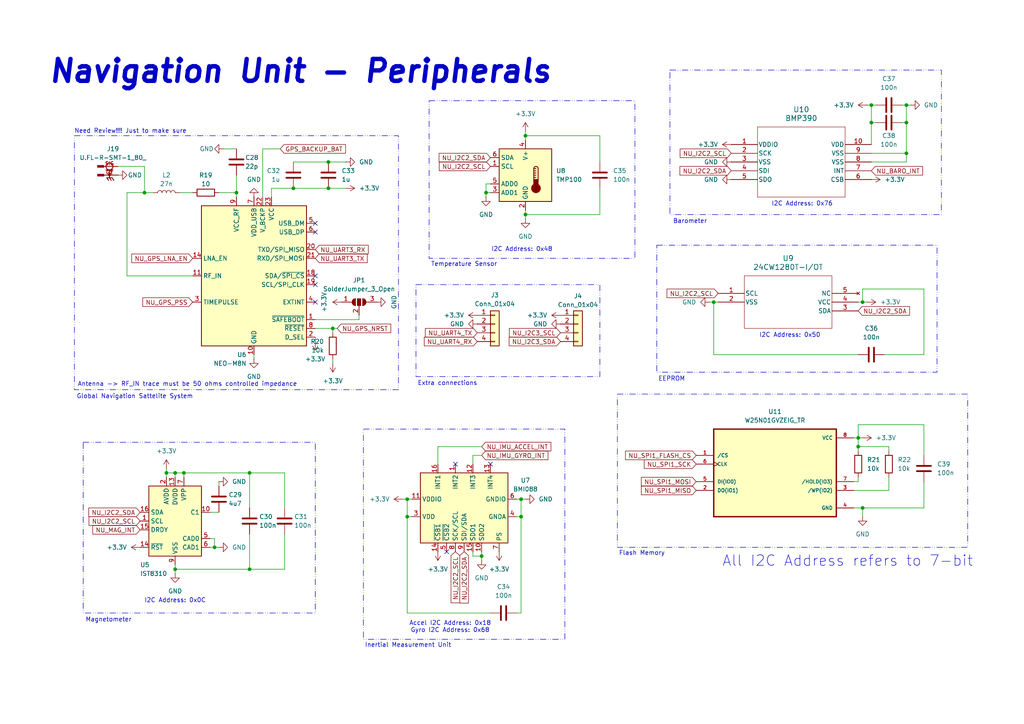
<source format=kicad_sch>
(kicad_sch (version 20250114) (generator "eeschema") (generator_version "9.0")
  (paper "A4")
  (title_block (title "Navigation Unit - Peripherals") (rev "0.1.2") (company "Breno Soares Alves"))
  (lib_symbols
    (symbol "Aircraft_Components:24CW1280T-I_OT" (pin_names (offset 0.254))
      (property "Reference" "U" (at 20.32 10.16 0))
      (property "Value" "24CW1280T-I/OT" (at 20.32 7.62 0))
      (symbol "24CW1280T-I_OT_0_1"
        (polyline (pts (xy 7.62 5.08) (xy 7.62 -10.16)) (stroke (width 0.127)))
        (polyline (pts (xy 7.62 -10.16) (xy 33.02 -10.16)) (stroke (width 0.127)))
        (polyline (pts (xy 33.02 5.08) (xy 7.62 5.08)) (stroke (width 0.127)))
        (polyline (pts (xy 33.02 -10.16) (xy 33.02 5.08)) (stroke (width 0.127)))
        (pin unspecified line (at 0 0 0) (length 7.62) (name "SCL") (number "1"))
        (pin power_out line (at 0 -2.54 0) (length 7.62) (name "VSS") (number "2"))
        (pin no_connect line (at 40.64 0 180) (length 7.62) (name "NC") (number "5"))
        (pin power_in line (at 40.64 -2.54 180) (length 7.62) (name "VCC") (number "4"))
        (pin unspecified line (at 40.64 -5.08 180) (length 7.62) (name "SDA") (number "3"))
      )
    )
    (symbol "Aircraft_Components:BMP390" (pin_names (offset 0.254))
      (property "Reference" "U" (at 20.32 10.16 0))
      (property "Value" "BMP390" (at 20.32 7.62 0))
      (symbol "BMP390_0_1"
        (polyline (pts (xy 7.62 5.08) (xy 7.62 -15.24)) (stroke (width 0.127)))
        (polyline (pts (xy 7.62 -15.24) (xy 33.02 -15.24)) (stroke (width 0.127)))
        (polyline (pts (xy 33.02 5.08) (xy 7.62 5.08)) (stroke (width 0.127)))
        (polyline (pts (xy 33.02 -15.24) (xy 33.02 5.08)) (stroke (width 0.127)))
        (pin power_in line (at 0 0 0) (length 7.62) (name "VDDIO") (number "1"))
        (pin input line (at 0 -2.54 0) (length 7.62) (name "SCK") (number "2"))
        (pin power_out line (at 0 -5.08 0) (length 7.62) (name "VSS") (number "3"))
        (pin bidirectional line (at 0 -7.62 0) (length 7.62) (name "SDI") (number "4"))
        (pin bidirectional line (at 0 -10.16 0) (length 7.62) (name "SDO") (number "5"))
        (pin power_in line (at 40.64 0 180) (length 7.62) (name "VDD") (number "10"))
        (pin power_out line (at 40.64 -2.54 180) (length 7.62) (name "VSS") (number "9"))
        (pin power_out line (at 40.64 -5.08 180) (length 7.62) (name "VSS") (number "8"))
        (pin input line (at 40.64 -7.62 180) (length 7.62) (name "INT") (number "7"))
        (pin input line (at 40.64 -10.16 180) (length 7.62) (name "CSB") (number "6"))
      )
    )
    (symbol "Aircraft_Components:U.FL-R-SMT-1_80_" (pin_names (offset 1.016))
      (property "Reference" "J" (at -3.81 1.524 0))
      (property "Value" "U.FL-R-SMT-1_80_" (at -3.81 -6.858 0))
      (symbol "U.FL-R-SMT-1_80__0_0"
        (polyline (pts (xy -1.016 -1.016) (xy 1.016 -1.016)) (stroke (width 0.254)))
        (polyline (pts (xy -0.762 -3.302) (xy -1.27 -4.064)) (stroke (width 0.254)))
        (circle (center 0 0) (radius 1.016) (stroke (width 0.254)))
        (polyline (pts (xy 0 -1.016) (xy 0 -3.302)) (stroke (width 0.254)))
        (circle (center 0 -2.54) (radius 0.254) (stroke (width 0.254)))
        (polyline (pts (xy 0 -3.302) (xy -0.508 -4.064)) (stroke (width 0.254)))
        (polyline (pts (xy 0.762 -3.302) (xy -0.762 -3.302)) (stroke (width 0.254)))
        (polyline (pts (xy 0.762 -3.302) (xy 0.254 -4.064)) (stroke (width 0.254)))
        (rectangle (start 1.5875 -0.3175) (end 3.4925 0.3175) (stroke (width 0.1)) (fill (type outline)))
        (rectangle (start 1.5875 -2.8575) (end 3.4925 -2.2225) (stroke (width 0.1)) (fill (type outline)))
        (pin passive line (at -2.54 0 0) (length 5.08) (name "~") (number "SIG"))
        (pin passive line (at -2.54 -2.54 0) (length 5.08) (name "~") (number "G1"))
        (pin passive line (at -2.54 -2.54 0) (length 5.08) (name "~") (number "G2"))
      )
    )
    (symbol "Aircraft_Components:W25N01GVZEIG_TR" (pin_names (offset 1.016))
      (property "Reference" "U" (at -17.78 13.7 0))
      (property "Value" "W25N01GVZEIG_TR" (at -17.78 -16.7 0))
      (symbol "W25N01GVZEIG_TR_0_0"
        (rectangle (start -17.78 12.7) (end 17.78 -12.7) (stroke (width 0.41)) (fill (type background)))
        (pin input line (at -22.86 5.08 0) (length 5.08) (name "/CS") (number "1"))
        (pin input clock (at -22.86 2.54 0) (length 5.08) (name "CLK") (number "6"))
        (pin bidirectional line (at -22.86 -2.54 0) (length 5.08) (name "DI(IO0)") (number "5"))
        (pin bidirectional line (at -22.86 -5.08 0) (length 5.08) (name "DO(IO1)") (number "2"))
        (pin power_in line (at 22.86 10.16 180) (length 5.08) (name "VCC") (number "8"))
        (pin bidirectional line (at 22.86 -2.54 180) (length 5.08) (name "/HOLD(IO3)") (number "7"))
        (pin bidirectional line (at 22.86 -5.08 180) (length 5.08) (name "/WP(IO2)") (number "3"))
        (pin power_in line (at 22.86 -10.16 180) (length 5.08) (name "GND") (number "4"))
      )
    )
    (symbol "Connector_Generic:Conn_01x04" (pin_names (offset 1.016) (hide yes))
      (property "Reference" "J" (at 0 5.08 0))
      (property "Value" "Conn_01x04" (at 0 -7.62 0))
      (symbol "Conn_01x04_1_1"
        (rectangle (start -1.27 3.81) (end 1.27 -6.35) (stroke (width 0.254)) (fill (type background)))
        (rectangle (start -1.27 2.667) (end 0 2.413) (stroke (width 0.1524)))
        (rectangle (start -1.27 0.127) (end 0 -0.127) (stroke (width 0.1524)))
        (rectangle (start -1.27 -2.413) (end 0 -2.667) (stroke (width 0.1524)))
        (rectangle (start -1.27 -4.953) (end 0 -5.207) (stroke (width 0.1524)))
        (pin passive line (at -5.08 2.54 0) (length 3.81) (name "Pin_1") (number "1"))
        (pin passive line (at -5.08 0 0) (length 3.81) (name "Pin_2") (number "2"))
        (pin passive line (at -5.08 -2.54 0) (length 3.81) (name "Pin_3") (number "3"))
        (pin passive line (at -5.08 -5.08 0) (length 3.81) (name "Pin_4") (number "4"))
      )
    )
    (symbol "Device:C" (pin_numbers (hide yes)) (pin_names (offset 0.254))
      (property "Reference" "C" (at 0.635 2.54 0))
      (property "Value" "C" (at 0.635 -2.54 0))
      (symbol "C_0_1"
        (polyline (pts (xy -2.032 0.762) (xy 2.032 0.762)) (stroke (width 0.508)))
        (polyline (pts (xy -2.032 -0.762) (xy 2.032 -0.762)) (stroke (width 0.508)))
      )
      (symbol "C_1_1"
        (pin passive line (at 0 3.81 270) (length 2.794) (name "~") (number "1"))
        (pin passive line (at 0 -3.81 90) (length 2.794) (name "~") (number "2"))
      )
    )
    (symbol "Device:L" (pin_numbers (hide yes)) (pin_names (offset 1.016) (hide yes))
      (property "Reference" "L" (at -1.27 0 90))
      (property "Value" "L" (at 1.905 0 90))
      (symbol "L_0_1"
        (arc (start 0 2.54) (mid 0.6323 1.905) (end 0 1.27))
        (arc (start 0 1.27) (mid 0.6323 0.635) (end 0 0))
        (arc (start 0 0) (mid 0.6323 -0.635) (end 0 -1.27))
        (arc (start 0 -1.27) (mid 0.6323 -1.905) (end 0 -2.54))
      )
      (symbol "L_1_1"
        (pin passive line (at 0 3.81 270) (length 1.27) (name "1") (number "1"))
        (pin passive line (at 0 -3.81 90) (length 1.27) (name "2") (number "2"))
      )
    )
    (symbol "Device:R" (pin_numbers (hide yes)) (pin_names (offset 0))
      (property "Reference" "R" (at 2.032 0 90))
      (property "Value" "R" (at 0 0 90))
      (symbol "R_0_1"
        (rectangle (start -1.016 -2.54) (end 1.016 2.54) (stroke (width 0.254)))
      )
      (symbol "R_1_1"
        (pin passive line (at 0 3.81 270) (length 1.27) (name "~") (number "1"))
        (pin passive line (at 0 -3.81 90) (length 1.27) (name "~") (number "2"))
      )
    )
    (symbol "Jumper:SolderJumper_3_Open" (pin_names (offset 0) (hide yes)) (in_bom no)
      (property "Reference" "JP" (at -2.54 -2.54 0))
      (property "Value" "SolderJumper_3_Open" (at 0 2.794 0))
      (symbol "SolderJumper_3_Open_0_1"
        (polyline (pts (xy -2.54 0) (xy -2.032 0)))
        (polyline (pts (xy -1.016 1.016) (xy -1.016 -1.016)))
        (arc (start -1.016 -1.016) (mid -2.0276 0) (end -1.016 1.016))
        (arc (start -1.016 -1.016) (mid -2.0276 0) (end -1.016 1.016) (fill (type outline)))
        (rectangle (start -0.508 1.016) (end 0.508 -1.016) (fill (type outline)))
        (polyline (pts (xy 0 -1.27) (xy 0 -1.016)))
        (arc (start 1.016 1.016) (mid 2.0276 0) (end 1.016 -1.016))
        (arc (start 1.016 1.016) (mid 2.0276 0) (end 1.016 -1.016) (fill (type outline)))
        (polyline (pts (xy 1.016 1.016) (xy 1.016 -1.016)))
        (polyline (pts (xy 2.54 0) (xy 2.032 0)))
      )
      (symbol "SolderJumper_3_Open_1_1"
        (pin passive line (at -5.08 0 0) (length 2.54) (name "A") (number "1"))
        (pin passive line (at 0 -3.81 90) (length 2.54) (name "C") (number "2"))
        (pin passive line (at 5.08 0 180) (length 2.54) (name "B") (number "3"))
      )
    )
    (symbol "RF_GPS:NEO-M8N"
      (property "Reference" "U" (at -13.97 21.59 0))
      (property "Value" "NEO-M8N" (at 11.43 21.59 0))
      (symbol "NEO-M8N_0_1"
        (rectangle (start -15.24 20.32) (end 15.24 -20.32) (stroke (width 0.254)) (fill (type background)))
      )
      (symbol "NEO-M8N_1_1"
        (pin bidirectional line (at -17.78 15.24 0) (length 2.54) (name "USB_DM") (number "5"))
        (pin bidirectional line (at -17.78 12.7 0) (length 2.54) (name "USB_DP") (number "6"))
        (pin output line (at -17.78 7.62 0) (length 2.54) (name "TXD/SPI_MISO") (number "20"))
        (pin input line (at -17.78 5.08 0) (length 2.54) (name "RXD/SPI_MOSI") (number "21"))
        (pin bidirectional line (at -17.78 0 0) (length 2.54) (name "SDA/~{SPI_CS}") (number "18"))
        (pin input line (at -17.78 -2.54 0) (length 2.54) (name "SCL/SPI_CLK") (number "19"))
        (pin input line (at -17.78 -7.62 0) (length 2.54) (name "EXTINT") (number "4"))
        (pin input line (at -17.78 -12.7 0) (length 2.54) (name "~{SAFEBOOT}") (number "1"))
        (pin input line (at -17.78 -15.24 0) (length 2.54) (name "~{RESET}") (number "8"))
        (pin input line (at -17.78 -17.78 0) (length 2.54) (name "D_SEL") (number "2"))
        (pin power_in line (at -5.08 22.86 270) (length 2.54) (name "VCC") (number "23"))
        (pin power_in line (at -2.54 22.86 270) (length 2.54) (name "V_BCKP") (number "22"))
        (pin power_in line (at 0 22.86 270) (length 2.54) (name "VDD_USB") (number "7"))
        (pin power_in line (at 0 -22.86 90) (length 2.54) (name "GND") (number "10"))
        (pin passive line (at 0 -22.86 90) (length 2.54) (hide yes) (name "GND") (number "12"))
        (pin passive line (at 0 -22.86 90) (length 2.54) (hide yes) (name "GND") (number "13"))
        (pin passive line (at 0 -22.86 90) (length 2.54) (hide yes) (name "GND") (number "24"))
        (pin power_out line (at 5.08 22.86 270) (length 2.54) (name "VCC_RF") (number "9"))
        (pin no_connect line (at 15.24 -10.16 180) (length 2.54) (hide yes) (name "RESERVED") (number "15"))
        (pin no_connect line (at 15.24 -12.7 180) (length 2.54) (hide yes) (name "RESERVED") (number "16"))
        (pin no_connect line (at 15.24 -15.24 180) (length 2.54) (hide yes) (name "RESERVED") (number "17"))
        (pin output line (at 17.78 5.08 180) (length 2.54) (name "LNA_EN") (number "14"))
        (pin input line (at 17.78 0 180) (length 2.54) (name "RF_IN") (number "11"))
        (pin output line (at 17.78 -7.62 180) (length 2.54) (name "TIMEPULSE") (number "3"))
      )
    )
    (symbol "Sensor_Magnetic:IST8310"
      (property "Reference" "U" (at -7.62 11.43 0))
      (property "Value" "IST8310" (at 10.16 11.43 0))
      (symbol "IST8310_0_1"
        (rectangle (start -7.62 10.16) (end 7.62 -10.16) (stroke (width 0.254)) (fill (type background)))
      )
      (symbol "IST8310_1_1"
        (pin bidirectional line (at -10.16 2.54 0) (length 2.54) (name "SDA") (number "16"))
        (pin input line (at -10.16 0 0) (length 2.54) (name "SCL") (number "1"))
        (pin output line (at -10.16 -2.54 0) (length 2.54) (name "DRDY") (number "15"))
        (pin input line (at -10.16 -7.62 0) (length 2.54) (name "~{RST}") (number "14"))
        (pin no_connect line (at -7.62 7.62 0) (length 2.54) (hide yes) (name "NC") (number "3"))
        (pin no_connect line (at -7.62 5.08 0) (length 2.54) (hide yes) (name "NC") (number "4"))
        (pin power_in line (at -2.54 12.7 270) (length 2.54) (name "AVDD") (number "2"))
        (pin power_in line (at 0 12.7 270) (length 2.54) (name "DVDD") (number "13"))
        (pin passive line (at 0 -12.7 90) (length 2.54) (hide yes) (name "VSS") (number "11"))
        (pin power_in line (at 0 -12.7 90) (length 2.54) (name "VSS") (number "9"))
        (pin passive line (at 2.54 12.7 270) (length 2.54) (name "VPP") (number "7"))
        (pin no_connect line (at 7.62 7.62 180) (length 2.54) (hide yes) (name "NC") (number "12"))
        (pin no_connect line (at 7.62 5.08 180) (length 2.54) (hide yes) (name "NC") (number "8"))
        (pin passive line (at 10.16 2.54 180) (length 2.54) (name "C1") (number "10"))
        (pin input line (at 10.16 -5.08 180) (length 2.54) (name "CAD0") (number "5"))
        (pin input line (at 10.16 -7.62 180) (length 2.54) (name "CAD1") (number "6"))
      )
    )
    (symbol "Sensor_Motion:BMI088"
      (property "Reference" "U" (at -8.89 13.97 0))
      (property "Value" "BMI088" (at 8.89 13.97 0))
      (symbol "BMI088_1_1"
        (rectangle (start -10.16 12.7) (end 10.16 -12.7) (stroke (width 0.254)) (fill (type background)))
        (pin input line (at -12.7 7.62 0) (length 2.54) (name "~{CSB1}") (number "14"))
        (pin input line (at -12.7 5.08 0) (length 2.54) (name "~{CSB2}") (number "5"))
        (pin input line (at -12.7 2.54 0) (length 2.54) (name "SCK/SCL") (number "8"))
        (pin bidirectional line (at -12.7 0 0) (length 2.54) (name "SDI/SDA") (number "9"))
        (pin output line (at -12.7 -2.54 0) (length 2.54) (name "SDO1") (number "15"))
        (pin output line (at -12.7 -5.08 0) (length 2.54) (name "SDO2") (number "10"))
        (pin input line (at -12.7 -10.16 0) (length 2.54) (name "PS") (number "7"))
        (pin power_in line (at -2.54 15.24 270) (length 2.54) (name "VDD") (number "3"))
        (pin passive line (at -2.54 -15.24 90) (length 2.54) (hide yes) (name "GNDA") (number "2"))
        (pin power_in line (at -2.54 -15.24 90) (length 2.54) (name "GNDA") (number "4"))
        (pin power_in line (at 2.54 15.24 270) (length 2.54) (name "VDDIO") (number "11"))
        (pin power_in line (at 2.54 -15.24 90) (length 2.54) (name "GNDIO") (number "6"))
        (pin bidirectional line (at 12.7 7.62 180) (length 2.54) (name "INT1") (number "16"))
        (pin bidirectional line (at 12.7 2.54 180) (length 2.54) (name "INT2") (number "1"))
        (pin bidirectional line (at 12.7 -2.54 180) (length 2.54) (name "INT3") (number "12"))
        (pin bidirectional line (at 12.7 -7.62 180) (length 2.54) (name "INT4") (number "13"))
      )
    )
    (symbol "Sensor_Temperature:TMP100"
      (property "Reference" "U" (at 10.16 6.35 0))
      (property "Value" "TMP100" (at 12.7 3.81 0))
      (symbol "TMP100_0_1"
        (rectangle (start -7.62 7.62) (end 7.62 -7.62) (stroke (width 0.254)) (fill (type background)))
      )
      (symbol "TMP100_1_1"
        (polyline (pts (xy 2.413 1.905) (xy 2.413 -1.27)) (stroke (width 0.254)))
        (polyline (pts (xy 2.413 1.905) (xy 3.048 1.905)) (stroke (width 0.254)))
        (polyline (pts (xy 2.413 1.27) (xy 3.048 1.27)) (stroke (width 0.254)))
        (polyline (pts (xy 2.413 0.635) (xy 3.048 0.635)) (stroke (width 0.254)))
        (polyline (pts (xy 2.413 0) (xy 3.048 0)) (stroke (width 0.254)))
        (polyline (pts (xy 2.413 -0.635) (xy 3.048 -0.635)) (stroke (width 0.254)))
        (arc (start 2.413 1.905) (mid 3.048 2.5373) (end 3.683 1.905) (stroke (width 0.254)))
        (circle (center 3.048 -3.81) (radius 1.27) (stroke (width 0.254)) (fill (type outline)))
        (polyline (pts (xy 3.683 1.905) (xy 3.683 -1.27)) (stroke (width 0.254)))
        (rectangle (start 3.683 -3.175) (end 2.413 -1.27) (stroke (width 0.254)) (fill (type outline)))
        (pin bidirectional line (at -10.16 5.08 0) (length 2.54) (name "SDA") (number "6"))
        (pin input line (at -10.16 2.54 0) (length 2.54) (name "SCL") (number "1"))
        (pin input line (at -10.16 -2.54 0) (length 2.54) (name "ADD0") (number "5"))
        (pin input line (at -10.16 -5.08 0) (length 2.54) (name "ADD1") (number "3"))
        (pin power_in line (at 0 10.16 270) (length 2.54) (name "V+") (number "4"))
        (pin power_in line (at 0 -10.16 90) (length 2.54) (name "GND") (number "2"))
      )
    )
    (symbol "power:+3.3V" (power) (pin_numbers (hide yes)) (pin_names (offset 0) (hide yes))
      (property "Value" "+3.3V" (at 0 3.556 0))
      (symbol "+3.3V_0_1"
        (polyline (pts (xy -0.762 1.27) (xy 0 2.54)))
        (polyline (pts (xy 0 2.54) (xy 0.762 1.27)))
        (polyline (pts (xy 0 0) (xy 0 2.54)))
      )
      (symbol "+3.3V_1_1"
        (pin power_in line (at 0 0 90) (length 0) (name "~") (number "1"))
      )
    )
    (symbol "power:GND" (power) (pin_numbers (hide yes)) (pin_names (offset 0) (hide yes))
      (property "Value" "GND" (at 0 -3.81 0))
      (symbol "GND_0_1"
        (polyline (pts (xy 0 0) (xy 0 -1.27) (xy 1.27 -1.27) (xy 0 -2.54) (xy -1.27 -1.27) (xy 0 -1.27)))
      )
      (symbol "GND_1_1"
        (pin power_in line (at 0 0 270) (length 0) (name "~") (number "1"))
      )
    )
  )
  (rectangle (start 120.65 82.55) (end 173.99 109.22) (stroke (width 0) (type dash_dot_dot)))
  (rectangle (start 194.31 20.32) (end 273.05 62.23) (stroke (width 0) (type dash_dot_dot)))
  (rectangle (start 124.46 29.21) (end 184.15 74.93) (stroke (width 0) (type dash_dot_dot)))
  (rectangle (start 190.5 71.12) (end 271.78 107.95) (stroke (width 0) (type dash_dot_dot)))
  (rectangle (start 21.59 39.37) (end 115.57 113.03) (stroke (width 0) (type dash_dot_dot)))
  (rectangle (start 105.41 124.46) (end 163.83 185.42) (stroke (width 0) (type dash_dot_dot)))
  (rectangle (start 179.07 114.3) (end 280.67 158.75) (stroke (width 0) (type dash_dot_dot)))
  (rectangle (start 24.13 128.27) (end 91.44 177.8) (stroke (width 0) (type dash_dot_dot)))
  (text "Magnetometer" (at 31.496 179.832 0) (effects (font (size 1.27 1.27))))
  (text "Navigation Unit - Peripherals" (at 87.122 20.828 0) (effects (font (size 6.35 6.35) (thickness 1.27) (bold yes) (italic yes))))
  (text "I2C Address: 0x48" (at 151.384 72.39 0) (effects (font (size 1.27 1.27))))
  (text "Flash Memory" (at 186.182 160.528 0) (effects (font (size 1.27 1.27))))
  (text "I2C Address: 0x76" (at 232.664 59.182 0) (effects (font (size 1.27 1.27))))
  (text "Barometer" (at 200.152 64.262 0) (effects (font (size 1.27 1.27))))
  (text "Temperature Sensor" (at 134.62 76.708 0) (effects (font (size 1.27 1.27))))
  (text "Accel I2C Address: 0x18\nGyro I2C Address: 0x68" (at 130.556 181.864 0) (effects (font (size 1.27 1.27))))
  (text "EEPROM" (at 194.818 109.982 0) (effects (font (size 1.27 1.27))))
  (text "Need Review!!! Just to make sure" (at 37.846 38.1 0) (effects (font (size 1.27 1.27))))
  (text "Global Navigation Sattelite System" (at 39.116 115.062 0) (effects (font (size 1.27 1.27))))
  (text "Inertial Measurement Unit" (at 118.364 187.198 0) (effects (font (size 1.27 1.27))))
  (text "All I2C Address refers to 7-bit" (at 245.872 162.814 0) (effects (font (size 3.048 3.048))))
  (text "Antenna -> RF_IN trace must be 50 ohms controlled impedance" (at 54.356 111.506 0) (effects (font (size 1.27 1.27))))
  (text "I2C Address: 0x0C" (at 50.8 174.244 0) (effects (font (size 1.27 1.27))))
  (text "I2C Address: 0x50" (at 229.108 97.282 0) (effects (font (size 1.27 1.27))))
  (text "Extra connections" (at 129.794 111.252 0) (effects (font (size 1.27 1.27))))
  (junction (at 68.58 55.88))
  (junction (at 95.25 46.99))
  (junction (at 72.39 165.1))
  (junction (at 62.23 158.75))
  (junction (at 248.92 127))
  (junction (at 50.8 165.1))
  (junction (at 118.11 144.78))
  (junction (at 250.19 87.63))
  (junction (at 207.01 87.63))
  (junction (at 53.34 137.16))
  (junction (at 140.97 55.88))
  (junction (at 85.09 54.61))
  (junction (at 96.52 95.25))
  (junction (at 118.11 149.86))
  (junction (at 252.73 35.56))
  (junction (at 262.89 35.56))
  (junction (at 139.7 161.29))
  (junction (at 262.89 44.45))
  (junction (at 95.25 54.61))
  (junction (at 250.19 147.32))
  (junction (at 41.91 55.88))
  (junction (at 152.4 39.37))
  (junction (at 72.39 137.16))
  (junction (at 151.13 144.78))
  (junction (at 151.13 149.86))
  (junction (at 252.73 30.48))
  (junction (at 248.92 129.54))
  (junction (at 152.4 62.23))
  (junction (at 262.89 30.48))
  (junction (at 50.8 137.16))
  (junction (at 48.26 137.16))
  (no_connect (at 91.44 80.01))
  (no_connect (at 142.24 134.62))
  (no_connect (at 91.44 67.31))
  (no_connect (at 129.54 160.02))
  (no_connect (at 91.44 82.55))
  (no_connect (at 132.08 134.62))
  (no_connect (at 91.44 87.63))
  (no_connect (at 91.44 64.77))
  (wire (pts (xy 82.55 137.16) (xy 72.39 137.16)))
  (wire (pts (xy 149.86 149.86) (xy 151.13 149.86)))
  (wire (pts (xy 118.11 144.78) (xy 119.38 144.78)))
  (wire (pts (xy 118.11 177.8) (xy 118.11 149.86)))
  (wire (pts (xy 257.81 142.24) (xy 257.81 138.43)))
  (wire (pts (xy 140.97 55.88) (xy 142.24 55.88)))
  (wire (pts (xy 36.83 55.88) (xy 36.83 80.01)))
  (wire (pts (xy 149.86 144.78) (xy 151.13 144.78)))
  (wire (pts (xy 139.7 160.02) (xy 139.7 161.29)))
  (wire (pts (xy 262.89 35.56) (xy 262.89 44.45)))
  (wire (pts (xy 257.81 129.54) (xy 248.92 129.54)))
  (wire (pts (xy 248.92 139.7) (xy 248.92 138.43)))
  (wire (pts (xy 96.52 104.14) (xy 96.52 105.41)))
  (wire (pts (xy 252.73 30.48) (xy 254 30.48)))
  (wire (pts (xy 72.39 147.32) (xy 72.39 137.16)))
  (wire (pts (xy 256.54 102.87) (xy 267.97 102.87)))
  (wire (pts (xy 82.55 147.32) (xy 82.55 137.16)))
  (wire (pts (xy 250.19 87.63) (xy 250.19 83.82)))
  (wire (pts (xy 50.8 165.1) (xy 72.39 165.1)))
  (wire (pts (xy 41.91 55.88) (xy 41.91 48.26)))
  (wire (pts (xy 72.39 165.1) (xy 72.39 154.94)))
  (wire (pts (xy 262.89 44.45) (xy 252.73 44.45)))
  (wire (pts (xy 50.8 137.16) (xy 53.34 137.16)))
  (wire (pts (xy 140.97 57.15) (xy 140.97 55.88)))
  (wire (pts (xy 250.19 87.63) (xy 251.46 87.63)))
  (wire (pts (xy 152.4 39.37) (xy 173.99 39.37)))
  (wire (pts (xy 252.73 35.56) (xy 252.73 41.91)))
  (wire (pts (xy 48.26 135.89) (xy 48.26 137.16)))
  (wire (pts (xy 68.58 55.88) (xy 63.5 55.88)))
  (wire (pts (xy 140.97 55.88) (xy 140.97 53.34)))
  (wire (pts (xy 252.73 30.48) (xy 252.73 35.56)))
  (wire (pts (xy 261.62 35.56) (xy 262.89 35.56)))
  (wire (pts (xy 248.92 129.54) (xy 248.92 130.81)))
  (wire (pts (xy 53.34 137.16) (xy 53.34 138.43)))
  (wire (pts (xy 82.55 165.1) (xy 82.55 154.94)))
  (wire (pts (xy 53.34 137.16) (xy 72.39 137.16)))
  (wire (pts (xy 250.19 147.32) (xy 267.97 147.32)))
  (wire (pts (xy 207.01 87.63) (xy 208.28 87.63)))
  (wire (pts (xy 139.7 132.08) (xy 137.16 132.08)))
  (wire (pts (xy 34.29 48.26) (xy 41.91 48.26)))
  (wire (pts (xy 252.73 35.56) (xy 254 35.56)))
  (wire (pts (xy 248.92 127) (xy 250.19 127)))
  (wire (pts (xy 68.58 50.8) (xy 68.58 55.88)))
  (wire (pts (xy 151.13 144.78) (xy 152.4 144.78)))
  (wire (pts (xy 139.7 129.54) (xy 127 129.54)))
  (wire (pts (xy 60.96 148.59) (xy 63.5 148.59)))
  (wire (pts (xy 48.26 137.16) (xy 50.8 137.16)))
  (wire (pts (xy 139.7 161.29) (xy 137.16 161.29)))
  (wire (pts (xy 152.4 38.1) (xy 152.4 39.37)))
  (wire (pts (xy 55.88 80.01) (xy 36.83 80.01)))
  (wire (pts (xy 248.92 87.63) (xy 250.19 87.63)))
  (wire (pts (xy 50.8 137.16) (xy 50.8 138.43)))
  (wire (pts (xy 262.89 30.48) (xy 264.16 30.48)))
  (wire (pts (xy 247.65 127) (xy 248.92 127)))
  (wire (pts (xy 173.99 39.37) (xy 173.99 46.99)))
  (wire (pts (xy 261.62 30.48) (xy 262.89 30.48)))
  (wire (pts (xy 95.25 54.61) (xy 100.33 54.61)))
  (wire (pts (xy 250.19 83.82) (xy 267.97 83.82)))
  (wire (pts (xy 250.19 149.86) (xy 250.19 147.32)))
  (wire (pts (xy 205.74 87.63) (xy 207.01 87.63)))
  (wire (pts (xy 207.01 87.63) (xy 207.01 102.87)))
  (wire (pts (xy 78.74 54.61) (xy 85.09 54.61)))
  (wire (pts (xy 152.4 39.37) (xy 152.4 40.64)))
  (wire (pts (xy 76.2 43.18) (xy 76.2 57.15)))
  (wire (pts (xy 91.44 97.79) (xy 91.44 99.06)))
  (wire (pts (xy 173.99 54.61) (xy 173.99 62.23)))
  (wire (pts (xy 62.23 156.21) (xy 60.96 156.21)))
  (wire (pts (xy 267.97 83.82) (xy 267.97 102.87)))
  (wire (pts (xy 262.89 46.99) (xy 252.73 46.99)))
  (wire (pts (xy 173.99 62.23) (xy 152.4 62.23)))
  (wire (pts (xy 152.4 62.23) (xy 152.4 60.96)))
  (wire (pts (xy 96.52 95.25) (xy 97.79 95.25)))
  (wire (pts (xy 62.23 158.75) (xy 63.5 158.75)))
  (wire (pts (xy 50.8 163.83) (xy 50.8 165.1)))
  (wire (pts (xy 151.13 149.86) (xy 151.13 144.78)))
  (wire (pts (xy 96.52 95.25) (xy 96.52 96.52)))
  (wire (pts (xy 95.25 46.99) (xy 100.33 46.99)))
  (wire (pts (xy 104.14 92.71) (xy 104.14 91.44)))
  (wire (pts (xy 262.89 30.48) (xy 262.89 35.56)))
  (wire (pts (xy 85.09 54.61) (xy 95.25 54.61)))
  (wire (pts (xy 85.09 46.99) (xy 95.25 46.99)))
  (wire (pts (xy 137.16 132.08) (xy 137.16 134.62)))
  (wire (pts (xy 81.28 43.18) (xy 76.2 43.18)))
  (wire (pts (xy 207.01 102.87) (xy 248.92 102.87)))
  (wire (pts (xy 60.96 158.75) (xy 62.23 158.75)))
  (wire (pts (xy 118.11 177.8) (xy 142.24 177.8)))
  (wire (pts (xy 96.52 95.25) (xy 91.44 95.25)))
  (wire (pts (xy 151.13 177.8) (xy 151.13 149.86)))
  (wire (pts (xy 62.23 158.75) (xy 62.23 156.21)))
  (wire (pts (xy 262.89 44.45) (xy 262.89 46.99)))
  (wire (pts (xy 248.92 127) (xy 248.92 129.54)))
  (wire (pts (xy 52.07 55.88) (xy 55.88 55.88)))
  (wire (pts (xy 267.97 147.32) (xy 267.97 139.7)))
  (wire (pts (xy 78.74 57.15) (xy 78.74 54.61)))
  (wire (pts (xy 267.97 123.19) (xy 267.97 132.08)))
  (wire (pts (xy 251.46 30.48) (xy 252.73 30.48)))
  (wire (pts (xy 68.58 57.15) (xy 68.58 55.88)))
  (wire (pts (xy 44.45 55.88) (xy 41.91 55.88)))
  (wire (pts (xy 72.39 165.1) (xy 82.55 165.1)))
  (wire (pts (xy 152.4 62.23) (xy 152.4 63.5)))
  (wire (pts (xy 248.92 127) (xy 248.92 123.19)))
  (wire (pts (xy 118.11 144.78) (xy 118.11 149.86)))
  (wire (pts (xy 48.26 137.16) (xy 48.26 138.43)))
  (wire (pts (xy 36.83 55.88) (xy 41.91 55.88)))
  (wire (pts (xy 247.65 139.7) (xy 248.92 139.7)))
  (wire (pts (xy 64.77 43.18) (xy 68.58 43.18)))
  (wire (pts (xy 63.5 139.7) (xy 63.5 140.97)))
  (wire (pts (xy 116.84 144.78) (xy 118.11 144.78)))
  (wire (pts (xy 139.7 161.29) (xy 139.7 162.56)))
  (wire (pts (xy 151.13 177.8) (xy 149.86 177.8)))
  (wire (pts (xy 73.66 102.87) (xy 73.66 104.14)))
  (wire (pts (xy 50.8 165.1) (xy 50.8 166.37)))
  (wire (pts (xy 250.19 147.32) (xy 247.65 147.32)))
  (wire (pts (xy 140.97 53.34) (xy 142.24 53.34)))
  (wire (pts (xy 127 129.54) (xy 127 134.62)))
  (wire (pts (xy 137.16 161.29) (xy 137.16 160.02)))
  (wire (pts (xy 118.11 149.86) (xy 119.38 149.86)))
  (wire (pts (xy 257.81 130.81) (xy 257.81 129.54)))
  (wire (pts (xy 248.92 123.19) (xy 267.97 123.19)))
  (wire (pts (xy 247.65 142.24) (xy 257.81 142.24)))
  (wire (pts (xy 91.44 92.71) (xy 104.14 92.71)))
  (global_label "NU_BARO_INT" (shape input) (at 252.73 49.53 0) (property "Intersheetrefs" "${INTERSHEET_REFS}" (effects (hide yes))))
  (global_label "NU_GPS_LNA_EN" (shape input) (at 55.88 74.93 180) (property "Intersheetrefs" "${INTERSHEET_REFS}" (effects (hide yes))))
  (global_label "NU_GPS_NRST" (shape input) (at 97.79 95.25 0) (property "Intersheetrefs" "${INTERSHEET_REFS}" (effects (hide yes))))
  (global_label "NU_I2C2_SDA" (shape input) (at 40.64 148.59 180) (property "Intersheetrefs" "${INTERSHEET_REFS}" (effects (hide yes))))
  (global_label "NU_UART3_RX" (shape input) (at 91.44 72.39 0) (property "Intersheetrefs" "${INTERSHEET_REFS}" (effects (hide yes))))
  (global_label "NU_GPS_PSS" (shape input) (at 55.88 87.63 180) (property "Intersheetrefs" "${INTERSHEET_REFS}" (effects (hide yes))))
  (global_label "NU_I2C2_SCL" (shape input) (at 132.08 160.02 270) (property "Intersheetrefs" "${INTERSHEET_REFS}" (effects (hide yes))))
  (global_label "NU_SPI1_MISO" (shape input) (at 201.93 142.24 180) (property "Intersheetrefs" "${INTERSHEET_REFS}" (effects (hide yes))))
  (global_label "NU_I2C3_SDA" (shape input) (at 162.56 99.06 180) (property "Intersheetrefs" "${INTERSHEET_REFS}" (effects (hide yes))))
  (global_label "NU_I2C2_SDA" (shape input) (at 248.92 90.17 0) (property "Intersheetrefs" "${INTERSHEET_REFS}" (effects (hide yes))))
  (global_label "NU_UART4_RX" (shape input) (at 138.43 99.06 180) (property "Intersheetrefs" "${INTERSHEET_REFS}" (effects (hide yes))))
  (global_label "NU_IMU_GYRO_INT" (shape input) (at 139.7 132.08 0) (property "Intersheetrefs" "${INTERSHEET_REFS}" (effects (hide yes))))
  (global_label "NU_SPI1_MOSI" (shape input) (at 201.93 139.7 180) (property "Intersheetrefs" "${INTERSHEET_REFS}" (effects (hide yes))))
  (global_label "NU_UART3_TX" (shape input) (at 91.44 74.93 0) (property "Intersheetrefs" "${INTERSHEET_REFS}" (effects (hide yes))))
  (global_label "NU_SPI1_SCK" (shape input) (at 201.93 134.62 180) (property "Intersheetrefs" "${INTERSHEET_REFS}" (effects (hide yes))))
  (global_label "NU_I2C2_SDA" (shape input) (at 212.09 49.53 180) (property "Intersheetrefs" "${INTERSHEET_REFS}" (effects (hide yes))))
  (global_label "NU_I2C2_SCL" (shape input) (at 208.28 85.09 180) (property "Intersheetrefs" "${INTERSHEET_REFS}" (effects (hide yes))))
  (global_label "GPS_BACKUP_BAT" (shape input) (at 81.28 43.18 0) (property "Intersheetrefs" "${INTERSHEET_REFS}" (effects (hide yes))))
  (global_label "NU_I2C2_SCL" (shape input) (at 212.09 44.45 180) (property "Intersheetrefs" "${INTERSHEET_REFS}" (effects (hide yes))))
  (global_label "NU_I2C2_SCL" (shape input) (at 142.24 48.26 180) (property "Intersheetrefs" "${INTERSHEET_REFS}" (effects (hide yes))))
  (global_label "NU_IMU_ACCEL_INT" (shape input) (at 139.7 129.54 0) (property "Intersheetrefs" "${INTERSHEET_REFS}" (effects (hide yes))))
  (global_label "NU_MAG_INT" (shape input) (at 40.64 153.67 180) (property "Intersheetrefs" "${INTERSHEET_REFS}" (effects (hide yes))))
  (global_label "NU_I2C2_SDA" (shape input) (at 142.24 45.72 180) (property "Intersheetrefs" "${INTERSHEET_REFS}" (effects (hide yes))))
  (global_label "NU_SPI1_FLASH_CS" (shape input) (at 201.93 132.08 180) (property "Intersheetrefs" "${INTERSHEET_REFS}" (effects (hide yes))))
  (global_label "NU_I2C2_SDA" (shape input) (at 134.62 160.02 270) (property "Intersheetrefs" "${INTERSHEET_REFS}" (effects (hide yes))))
  (global_label "NU_UART4_TX" (shape input) (at 138.43 96.52 180) (property "Intersheetrefs" "${INTERSHEET_REFS}" (effects (hide yes))))
  (global_label "NU_I2C3_SCL" (shape input) (at 162.56 96.52 180) (property "Intersheetrefs" "${INTERSHEET_REFS}" (effects (hide yes))))
  (global_label "NU_I2C2_SCL" (shape input) (at 40.64 151.13 180) (property "Intersheetrefs" "${INTERSHEET_REFS}" (effects (hide yes))))
  (symbol (lib_id "power:+3.3V") (at 96.52 105.41 180) (unit 1)
    (property "Reference" "#PWR047" (effects (hide yes)))
    (property "Value" "+3.3V" (at 96.52 110.49 0))
    (property "Description" "Power symbol creates a global label with name \"+3.3V\"" (effects (hide yes)))
  )
  (symbol (lib_id "power:GND") (at 152.4 63.5 0) (unit 1)
    (property "Reference" "#PWR060" (effects (hide yes)))
    (property "Value" "GND" (at 152.4 68.58 0))
    (property "Description" "Power symbol creates a global label with name \"GND\" , ground" (effects (hide yes)))
  )
  (symbol (lib_id "power:+3.3V") (at 144.78 160.02 180) (unit 1)
    (property "Reference" "#PWR058" (effects (hide yes)))
    (property "Value" "+3.3V" (at 144.78 165.1 0))
    (property "Description" "Power symbol creates a global label with name \"+3.3V\"" (effects (hide yes)))
  )
  (symbol (lib_id "Device:C") (at 63.5 144.78 0) (unit 1)
    (property "Reference" "C29" (at 66.294 143.51 0) (effects (justify left)))
    (property "Value" "4u7" (at 66.294 146.05 0) (effects (justify left)))
    (property "Footprint" "Capacitor_SMD:C_0402_1005Metric" (effects (hide yes)))
    (property "Description" "Ceramic capacitor, 4.7 µF, 25 V, X7R" (effects (hide yes)))
    (property "Digikey_Link" "https://www.digikey.com.br/pt/products/detail/samsung-electro-mechanics/CL21B475KPFNNNE/3888630" (effects (hide yes)))
    (property "MPN" "CL21B475KPFNNNE" (effects (hide yes)))
  )
  (symbol (lib_id "Device:C") (at 267.97 135.89 0) (unit 1)
    (property "Reference" "C39" (at 271.78 134.6199 0) (effects (justify left)))
    (property "Value" "100n" (at 271.78 137.1599 0) (effects (justify left)))
    (property "Footprint" "Capacitor_SMD:C_0402_1005Metric" (effects (hide yes)))
    (property "Description" "Ceramic capacitor, 100 nF, 25 V, X7R" (effects (hide yes)))
    (property "Digikey_Link" "https://www.digikey.com.br/pt/products/detail/kemet/C0603C104K8RACTU/411094" (effects (hide yes)))
    (property "MPN" "C0603C104K8RACTU" (effects (hide yes)))
  )
  (symbol (lib_id "Jumper:SolderJumper_3_Open") (at 104.14 87.63 0) (unit 1) (in_bom no)
    (property "Reference" "JP1" (at 104.14 81.28 0))
    (property "Value" "SolderJumper_3_Open" (at 104.14 83.82 0))
    (property "Footprint" "Jumper:SolderJumper-3_P1.3mm_Open_RoundedPad1.0x1.5mm_NumberLabels" (effects (hide yes)))
    (property "Description" "Solder Jumper, 3-pole, open" (effects (hide yes)))
  )
  (symbol (lib_id "power:GND") (at 73.66 57.15 180) (unit 1)
    (property "Reference" "#PWR0136" (effects (hide yes)))
    (property "Value" "GND" (at 73.66 52.07 0))
    (property "Description" "Power symbol creates a global label with name \"GND\" , ground" (effects (hide yes)))
  )
  (symbol (lib_id "power:GND") (at 152.4 144.78 90) (unit 1)
    (property "Reference" "#PWR061" (effects (hide yes)))
    (property "Value" "GND" (at 156.21 144.7799 90) (effects (justify right)))
    (property "Description" "Power symbol creates a global label with name \"GND\" , ground" (effects (hide yes)))
  )
  (symbol (lib_id "power:GND") (at 140.97 57.15 0) (unit 1)
    (property "Reference" "#PWR057" (effects (hide yes)))
    (property "Value" "GND" (at 140.97 62.23 0))
    (property "Description" "Power symbol creates a global label with name \"GND\" , ground" (effects (hide yes)))
  )
  (symbol (lib_id "Connector_Generic:Conn_01x04") (at 167.64 93.98 0) (unit 1)
    (property "Reference" "J4" (at 167.64 85.852 0))
    (property "Value" "Conn_01x04" (at 167.64 88.392 0))
    (property "Footprint" "Connector_JST:JST_PH_S4B-PH-K_1x04_P2.00mm_Horizontal" (effects (hide yes)))
    (property "Description" "JST-PH connector, 4 pins" (effects (hide yes)))
    (property "Digikey_Link" "https://www.digikey.com.br/pt/products/detail/jst-sales-america-inc/S4B-PH-K-S/926628" (effects (hide yes)))
    (property "MPN" "S4B-PH-K-S" (effects (hide yes)))
  )
  (symbol (lib_id "Device:R") (at 96.52 100.33 0) (mirror y) (unit 1)
    (property "Reference" "R20" (at 93.98 99.0599 0) (effects (justify left)))
    (property "Value" "10k" (at 93.98 101.5999 0) (effects (justify left)))
    (property "Footprint" "Resistor_SMD:R_0402_1005Metric" (effects (hide yes)))
    (property "Description" "Resistor, 10 kΩ, 1 %, 0.1 W" (effects (hide yes)))
    (property "Digikey_Link" "https://www.digikey.com.br/pt/products/detail/yageo/RC0603FR-0710KL/726880" (effects (hide yes)))
    (property "MPN" "RC0603FR-0710KL" (effects (hide yes)))
  )
  (symbol (lib_id "Aircraft_Components:BMP390") (at 212.09 41.91 0) (unit 1)
    (property "Reference" "U10" (at 232.41 31.75 0) (effects (font (size 1.524 1.524))))
    (property "Value" "BMP390" (at 232.41 34.29 0) (effects (font (size 1.524 1.524))))
    (property "Footprint" "Aircraft_Footprints:10LGA_2X2X0p75_BOS" (effects (hide yes)))
    (property "Datasheet" "https://www.bosch-sensortec.com/media/boschsensortec/downloads/datasheets/bst-bmp390-ds002.pdf" (effects (hide yes)))
    (property "Description" "Barometric pressure sensor" (effects (hide yes)))
    (property "Digikey_Link" "https://www.digikey.com.br/pt/products/detail/bosch-sensortec/bmp390/16164575" (effects (hide yes)))
    (property "MPN" "BMP390" (effects (hide yes)))
  )
  (symbol (lib_id "power:GND") (at 250.19 149.86 0) (unit 1)
    (property "Reference" "#PWR069" (effects (hide yes)))
    (property "Value" "GND" (at 250.19 154.94 0))
    (property "Description" "Power symbol creates a global label with name \"GND\" , ground" (effects (hide yes)))
  )
  (symbol (lib_id "Device:C") (at 257.81 30.48 270) (unit 1)
    (property "Reference" "C37" (at 257.81 22.86 90))
    (property "Value" "100n" (at 257.81 25.4 90))
    (property "Footprint" "Capacitor_SMD:C_0402_1005Metric" (effects (hide yes)))
    (property "Description" "Ceramic capacitor, 100 nF, 25 V, X7R" (effects (hide yes)))
    (property "Digikey_Link" "https://www.digikey.com.br/pt/products/detail/kemet/C0603C104K8RACTU/411094" (effects (hide yes)))
    (property "MPN" "C0603C104K8RACTU" (effects (hide yes)))
  )
  (symbol (lib_id "Connector_Generic:Conn_01x04") (at 143.51 93.98 0) (unit 1)
    (property "Reference" "J3" (at 143.51 85.598 0))
    (property "Value" "Conn_01x04" (at 143.51 88.138 0))
    (property "Footprint" "Connector_JST:JST_PH_S4B-PH-K_1x04_P2.00mm_Horizontal" (effects (hide yes)))
    (property "Description" "JST-PH connector, 4 pins" (effects (hide yes)))
    (property "Digikey_Link" "https://www.digikey.com.br/pt/products/detail/jst-sales-america-inc/S4B-PH-K-S/926628" (effects (hide yes)))
    (property "MPN" "S4B-PH-K-S" (effects (hide yes)))
  )
  (symbol (lib_id "Device:C") (at 252.73 102.87 270) (unit 1)
    (property "Reference" "C36" (at 252.73 95.25 90))
    (property "Value" "100n" (at 252.73 97.79 90))
    (property "Footprint" "Capacitor_SMD:C_0402_1005Metric" (effects (hide yes)))
    (property "Description" "Ceramic capacitor, 100 nF, 25 V, X7R" (effects (hide yes)))
    (property "Digikey_Link" "https://www.digikey.com.br/pt/products/detail/kemet/C0603C104K8RACTU/411094" (effects (hide yes)))
    (property "MPN" "C0603C104K8RACTU" (effects (hide yes)))
  )
  (symbol (lib_id "Device:R") (at 248.92 134.62 0) (unit 1)
    (property "Reference" "R21" (at 251.46 133.3499 0) (effects (justify left)))
    (property "Value" "10k" (at 251.46 135.8899 0) (effects (justify left)))
    (property "Footprint" "Resistor_SMD:R_0402_1005Metric" (effects (hide yes)))
    (property "Description" "Resistor, 10 kΩ, 1 %, 0.1 W" (effects (hide yes)))
    (property "Digikey_Link" "https://www.digikey.com.br/pt/products/detail/yageo/RC0603FR-0710KL/726880" (effects (hide yes)))
    (property "MPN" "RC0603FR-0710KL" (effects (hide yes)))
  )
  (symbol (lib_id "power:+3.3V") (at 250.19 127 270) (unit 1)
    (property "Reference" "#PWR068" (effects (hide yes)))
    (property "Value" "+3.3V" (at 254 126.9999 90) (effects (justify left)))
    (property "Description" "Power symbol creates a global label with name \"+3.3V\"" (effects (hide yes)))
  )
  (symbol (lib_id "Device:C") (at 68.58 46.99 0) (unit 1)
    (property "Reference" "C28" (at 71.12 45.72 0) (effects (justify left)))
    (property "Value" "22p" (at 71.12 48.26 0) (effects (justify left)))
    (property "Footprint" "Capacitor_SMD:C_0402_1005Metric" (effects (hide yes)))
    (property "Description" "Ceramic capacitor, 22 pF, C0G/NP0" (effects (hide yes)))
    (property "Digikey_Link" "https://www.digikey.com.br/pt/products/detail/kemet/C0603C220J8GACTU/2200190" (effects (hide yes)))
    (property "MPN" "C0603C220J8GACTU" (effects (hide yes)))
  )
  (symbol (lib_id "power:GND") (at 64.77 43.18 270) (unit 1)
    (property "Reference" "#PWR041" (effects (hide yes)))
    (property "Value" "GND" (at 61.976 43.18 90) (effects (justify right)))
    (property "Description" "Power symbol creates a global label with name \"GND\" , ground" (effects (hide yes)))
  )
  (symbol (lib_id "power:GND") (at 50.8 166.37 0) (unit 1)
    (property "Reference" "#PWR042" (effects (hide yes)))
    (property "Value" "GND" (at 50.8 171.45 0))
    (property "Description" "Power symbol creates a global label with name \"GND\" , ground" (effects (hide yes)))
  )
  (symbol (lib_id "power:GND") (at 63.5 158.75 90) (unit 1)
    (property "Reference" "#PWR044" (effects (hide yes)))
    (property "Value" "GND" (at 67.31 158.7499 90) (effects (justify right)))
    (property "Description" "Power symbol creates a global label with name \"GND\" , ground" (effects (hide yes)))
  )
  (symbol (lib_id "Aircraft_Components:24CW1280T-I_OT") (at 208.28 85.09 0) (unit 1)
    (property "Reference" "U9" (at 228.6 74.93 0) (effects (font (size 1.524 1.524))))
    (property "Value" "24CW1280T-I/OT" (at 228.6 77.47 0) (effects (font (size 1.524 1.524))))
    (property "Footprint" "Aircraft_Footprints:SOT-23-5_2P9X1P6_MCH" (effects (hide yes)))
    (property "Datasheet" "https://ww1.microchip.com/downloads/aemDocuments/documents/MPD/ProductDocuments/DataSheets/24CW16X-24CW32X-24CW64X-24CW128X-Data-Sheet-DS20005772.pdf" (effects (hide yes)))
    (property "Description" "EEPROM, 128 Kbit, I²C" (effects (hide yes)))
    (property "Digikey_Link" "https://www.digikey.com.br/pt/products/detail/microchip-technology/24cw1280t-i-ot/9606899" (effects (hide yes)))
    (property "MPN" "24CW1280T-I/OT" (effects (hide yes)))
  )
  (symbol (lib_id "power:+3.3V") (at 212.09 41.91 90) (unit 1)
    (property "Reference" "#PWR065" (effects (hide yes)))
    (property "Value" "+3.3V" (at 208.28 41.9099 90) (effects (justify left)))
    (property "Description" "Power symbol creates a global label with name \"+3.3V\"" (effects (hide yes)))
  )
  (symbol (lib_id "Device:C") (at 95.25 50.8 0) (unit 1)
    (property "Reference" "C33" (at 99.06 49.5299 0) (effects (justify left)))
    (property "Value" "1u" (at 99.06 52.0699 0) (effects (justify left)))
    (property "Footprint" "Capacitor_SMD:C_0402_1005Metric" (effects (hide yes)))
    (property "Description" "Ceramic capacitor, 1 µF, 10 V, X7R" (effects (hide yes)))
    (property "Digikey_Link" "https://www.digikey.com.br/pt/products/detail/samsung-electro-mechanics/CL10B105KP8NNNC/3887604" (effects (hide yes)))
    (property "MPN" "CL10B105KP8NNNC" (effects (hide yes)))
  )
  (symbol (lib_id "power:+3.3V") (at 162.56 91.44 90) (unit 1)
    (property "Reference" "#PWR062" (effects (hide yes)))
    (property "Value" "+3.3V" (at 158.75 91.4399 90) (effects (justify left)))
    (property "Description" "Power symbol creates a global label with name \"+3.3V\"" (effects (hide yes)))
  )
  (symbol (lib_id "power:GND") (at 138.43 93.98 270) (unit 1)
    (property "Reference" "#PWR055" (effects (hide yes)))
    (property "Value" "GND" (at 134.62 93.9799 90) (effects (justify right)))
    (property "Description" "Power symbol creates a global label with name \"GND\" , ground" (effects (hide yes)))
  )
  (symbol (lib_id "power:+3.3V") (at 116.84 144.78 90) (unit 1)
    (property "Reference" "#PWR052" (effects (hide yes)))
    (property "Value" "+3.3V" (at 113.03 144.7799 90) (effects (justify left)))
    (property "Description" "Power symbol creates a global label with name \"+3.3V\"" (effects (hide yes)))
  )
  (symbol (lib_id "power:+3.3V") (at 99.06 87.63 90) (mirror x) (unit 1)
    (property "Reference" "#PWR048" (effects (hide yes)))
    (property "Value" "+3.3V" (at 93.98 87.63 0))
    (property "Description" "Power symbol creates a global label with name \"+3.3V\"" (effects (hide yes)))
  )
  (symbol (lib_id "Device:L") (at 48.26 55.88 90) (unit 1)
    (property "Reference" "L2" (at 48.26 50.8 90))
    (property "Value" "27n" (at 48.26 53.34 90))
    (property "Footprint" "Inductor_SMD:L_0402_1005Metric" (effects (hide yes)))
    (property "Description" "Inductor, 27 nH, general filter" (effects (hide yes)))
    (property "Digikey_Link" "https://www.digikey.com.br/pt/products/detail/epcos-tdk-electronics/B82496C3270J000/723819" (effects (hide yes)))
    (property "MPN" "B82496C3270J000" (effects (hide yes)))
  )
  (symbol (lib_id "power:GND") (at 264.16 30.48 90) (unit 1)
    (property "Reference" "#PWR073" (effects (hide yes)))
    (property "Value" "GND" (at 267.97 30.4799 90) (effects (justify right)))
    (property "Description" "Power symbol creates a global label with name \"GND\" , ground" (effects (hide yes)))
  )
  (symbol (lib_id "Device:R") (at 59.69 55.88 90) (unit 1)
    (property "Reference" "R19" (at 59.69 50.8 90))
    (property "Value" "10" (at 59.69 53.34 90))
    (property "Footprint" "Resistor_SMD:R_0402_1005Metric" (effects (hide yes)))
    (property "Description" "Resistor, 10 Ω, 1 %" (effects (hide yes)))
    (property "Digikey_Link" "https://www.digikey.com.br/pt/products/detail/stackpole-electronics-inc/RMCF0603FT10R0/1761152" (effects (hide yes)))
    (property "MPN" "RMCF0603FT10R0" (effects (hide yes)))
  )
  (symbol (lib_id "power:GND") (at 63.5 139.7 90) (unit 1)
    (property "Reference" "#PWR043" (effects (hide yes)))
    (property "Value" "GND" (at 67.31 139.6999 90) (effects (justify right)))
    (property "Description" "Power symbol creates a global label with name \"GND\" , ground" (effects (hide yes)))
  )
  (symbol (lib_id "power:+3.3V") (at 100.33 54.61 270) (unit 1)
    (property "Reference" "#PWR050" (effects (hide yes)))
    (property "Value" "+3.3V" (at 104.14 54.6099 90) (effects (justify left)))
    (property "Description" "Power symbol creates a global label with name \"+3.3V\"" (effects (hide yes)))
  )
  (symbol (lib_id "Device:C") (at 257.81 35.56 270) (unit 1)
    (property "Reference" "C38" (at 257.81 39.37 90))
    (property "Value" "100n" (at 257.81 41.91 90))
    (property "Footprint" "Capacitor_SMD:C_0402_1005Metric" (effects (hide yes)))
    (property "Description" "Ceramic capacitor, 100 nF, 25 V, X7R" (effects (hide yes)))
    (property "Digikey_Link" "https://www.digikey.com.br/pt/products/detail/kemet/C0603C104K8RACTU/411094" (effects (hide yes)))
    (property "MPN" "C0603C104K8RACTU" (effects (hide yes)))
  )
  (symbol (lib_id "Aircraft_Components:W25N01GVZEIG_TR") (at 224.79 137.16 0) (unit 1)
    (property "Reference" "U11" (at 224.79 119.38 0))
    (property "Value" "W25N01GVZEIG_TR" (at 224.79 121.92 0))
    (property "Footprint" "Aircraft_Footprints:SON127P800X600X80-9N" (effects (hide yes)))
    (property "Datasheet" "https://www.winbond.com/resource-files/W25N01GV%20Rev%20O%20092619.pdf" (effects (hide yes)))
    (property "Description" "Ic Flash 1gbit 104mhz 8wson" (effects (hide yes)))
    (property "MF" "Winbond Electronics" (effects (hide yes)))
    (property "PACKAGE" "WSON-8 Winbond" (effects (hide yes)))
    (property "PRICE" "None" (effects (hide yes)))
    (property "Package" "WSON-8 Winbond" (effects (hide yes)))
    (property "Check_prices" "https://www.snapeda.com/parts/W25N01GVZEIG%20TR/Winbond/view-part/?ref=eda" (effects (hide yes)))
    (property "STANDARD" "IPC7351B" (effects (hide yes)))
    (property "SnapEDA_Link" "https://www.snapeda.com/parts/W25N01GVZEIG%20TR/Winbond/view-part/?ref=snap" (effects (hide yes)))
    (property "MP" "W25N01GVZEIG TR" (effects (hide yes)))
    (property "Purchase-URL" "https://www.snapeda.com/api/url_track_click_mouser/?unipart_id=1101444&manufacturer=Winbond Electronics&part_name=W25N01GVZEIG TR&search_term=None" (effects (hide yes)))
    (property "Description_1" "FLASH - NAND Memory IC 1Gb (128M x 8) SPI 104 MHz 8-WSON (8x6)" (effects (hide yes)))
    (property "Availability" "In Stock" (effects (hide yes)))
    (property "Price" "None" (effects (hide yes)))
    (property "MANUFACTURER" "Winbond Electronics" (effects (hide yes)))
    (property "Digikey_Link" "https://www.digikey.com.br/pt/products/detail/winbond-electronics/w25n01gvzeig-tr/5803931" (effects (hide yes)))
    (property "MPN" "W25N01GVZEIG-TR" (effects (hide yes)))
  )
  (symbol (lib_id "power:+3.3V") (at 127 160.02 180) (unit 1)
    (property "Reference" "#PWR053" (effects (hide yes)))
    (property "Value" "+3.3V" (at 127 165.1 0))
    (property "Description" "Power symbol creates a global label with name \"+3.3V\"" (effects (hide yes)))
  )
  (symbol (lib_id "power:GND") (at 162.56 93.98 270) (unit 1)
    (property "Reference" "#PWR063" (effects (hide yes)))
    (property "Value" "GND" (at 158.75 93.9799 90) (effects (justify right)))
    (property "Description" "Power symbol creates a global label with name \"GND\" , ground" (effects (hide yes)))
  )
  (symbol (lib_id "power:GND") (at 139.7 162.56 0) (unit 1)
    (property "Reference" "#PWR056" (effects (hide yes)))
    (property "Value" "GND" (at 139.7 167.64 0))
    (property "Description" "Power symbol creates a global label with name \"GND\" , ground" (effects (hide yes)))
  )
  (symbol (lib_id "power:+3.3V") (at 252.73 52.07 270) (mirror x) (unit 1)
    (property "Reference" "#PWR072" (effects (hide yes)))
    (property "Value" "+3.3V" (at 256.54 52.0699 90) (effects (justify left)))
    (property "Description" "Power symbol creates a global label with name \"+3.3V\"" (effects (hide yes)))
  )
  (symbol (lib_id "power:GND") (at 100.33 46.99 90) (unit 1)
    (property "Reference" "#PWR049" (effects (hide yes)))
    (property "Value" "GND" (at 104.14 46.9899 90) (effects (justify right)))
    (property "Description" "Power symbol creates a global label with name \"GND\" , ground" (effects (hide yes)))
  )
  (symbol (lib_id "Sensor_Temperature:TMP100") (at 152.4 50.8 0) (unit 1)
    (property "Reference" "U8" (at 161.29 49.5299 0) (effects (justify left)))
    (property "Value" "TMP100" (at 161.29 52.0699 0) (effects (justify left)))
    (property "Footprint" "Package_TO_SOT_SMD:SOT-23-6" (effects (hide yes)))
    (property "Datasheet" "http://www.ti.com/lit/gpn/tmp100" (effects (hide yes)))
    (property "Description" "Temperature Sensor with I2C/SMBus Interface, SOT-23-6" (effects (hide yes)))
    (property "Digikey_Link" "https://www.digikey.com.br/pt/products/detail/texas-instruments/TMP100NA-3K/2255194" (effects (hide yes)))
    (property "MPN" "TMP100NA-3K" (effects (hide yes)))
  )
  (symbol (lib_id "power:+3.3V") (at 251.46 87.63 270) (unit 1)
    (property "Reference" "#PWR071" (effects (hide yes)))
    (property "Value" "+3.3V" (at 255.27 87.6299 90) (effects (justify left)))
    (property "Description" "Power symbol creates a global label with name \"+3.3V\"" (effects (hide yes)))
  )
  (symbol (lib_id "power:GND") (at 212.09 52.07 270) (mirror x) (unit 1)
    (property "Reference" "#PWR067" (effects (hide yes)))
    (property "Value" "GND" (at 208.28 52.0699 90) (effects (justify right)))
    (property "Description" "Power symbol creates a global label with name \"GND\" , ground" (effects (hide yes)))
  )
  (symbol (lib_id "power:+3.3V") (at 40.64 158.75 90) (unit 1)
    (property "Reference" "#PWR039" (effects (hide yes)))
    (property "Value" "+3.3V" (at 36.83 158.7499 90) (effects (justify left)))
    (property "Description" "Power symbol creates a global label with name \"+3.3V\"" (effects (hide yes)))
  )
  (symbol (lib_id "Device:C") (at 173.99 50.8 180) (unit 1)
    (property "Reference" "C35" (at 177.8 49.5299 0) (effects (justify right)))
    (property "Value" "100n" (at 177.8 52.0699 0) (effects (justify right)))
    (property "Footprint" "Capacitor_SMD:C_0402_1005Metric" (effects (hide yes)))
    (property "Description" "Ceramic capacitor, 100 nF, 25 V, X7R" (effects (hide yes)))
    (property "Digikey_Link" "https://www.digikey.com.br/pt/products/detail/kemet/C0603C104K8RACTU/411094" (effects (hide yes)))
    (property "MPN" "C0603C104K8RACTU" (effects (hide yes)))
  )
  (symbol (lib_id "Device:C") (at 82.55 151.13 0) (unit 1)
    (property "Reference" "C31" (at 85.344 149.86 0) (effects (justify left)))
    (property "Value" "100n" (at 85.344 152.4 0) (effects (justify left)))
    (property "Footprint" "Capacitor_SMD:C_0402_1005Metric" (effects (hide yes)))
    (property "Description" "Ceramic capacitor, 100 nF, 25 V, X7R" (effects (hide yes)))
    (property "Digikey_Link" "https://www.digikey.com.br/pt/products/detail/kemet/C0603C104K8RACTU/411094" (effects (hide yes)))
    (property "MPN" "C0603C104K8RACTU" (effects (hide yes)))
  )
  (symbol (lib_id "power:GND") (at 212.09 46.99 270) (mirror x) (unit 1)
    (property "Reference" "#PWR066" (effects (hide yes)))
    (property "Value" "GND" (at 208.28 46.9899 90) (effects (justify right)))
    (property "Description" "Power symbol creates a global label with name \"GND\" , ground" (effects (hide yes)))
  )
  (symbol (lib_id "Sensor_Magnetic:IST8310") (at 50.8 151.13 0) (unit 1)
    (property "Reference" "U5" (at 40.64 163.83 0) (effects (justify left)))
    (property "Value" "IST8310" (at 40.64 166.37 0) (effects (justify left)))
    (property "Footprint" "Package_LGA:LGA-16_3x3mm_P0.5mm" (effects (hide yes)))
    (property "Datasheet" "http://www.isentek.com/en/dlf.php?file=../ISENTEK/(201703-09)IST8310%20Datasheet%20v1.2_brief-105.09.20.pdf" (effects (hide yes)))
    (property "Description" "3D Magnetometer, I2C Interface, LGA-16" (effects (hide yes)))
    (property "Digikey_Link" "https://www.digikey.com.br/pt/products/detail/isentek-inc/ist8310/24389750" (effects (hide yes)))
    (property "MPN" "IST8310" (effects (hide yes)))
  )
  (symbol (lib_id "power:+3.3V") (at 152.4 38.1 0) (unit 1)
    (property "Reference" "#PWR059" (effects (hide yes)))
    (property "Value" "+3.3V" (at 152.4 33.02 0))
    (property "Description" "Power symbol creates a global label with name \"+3.3V\"" (effects (hide yes)))
  )
  (symbol (lib_id "power:+3.3V") (at 91.44 99.06 180) (unit 1)
    (property "Reference" "#PWR046" (effects (hide yes)))
    (property "Value" "+3.3V" (at 91.44 104.14 0))
    (property "Description" "Power symbol creates a global label with name \"+3.3V\"" (effects (hide yes)))
  )
  (symbol (lib_id "power:GND") (at 109.22 87.63 90) (mirror x) (unit 1)
    (property "Reference" "#PWR051" (effects (hide yes)))
    (property "Value" "GND" (at 114.3 87.63 0))
    (property "Description" "Power symbol creates a global label with name \"GND\" , ground" (effects (hide yes)))
  )
  (symbol (lib_id "power:GND") (at 73.66 104.14 0) (unit 1)
    (property "Reference" "#PWR045" (effects (hide yes)))
    (property "Value" "GND" (at 73.66 109.22 0))
    (property "Description" "Power symbol creates a global label with name \"GND\" , ground" (effects (hide yes)))
  )
  (symbol (lib_id "Device:C") (at 85.09 50.8 0) (mirror y) (unit 1)
    (property "Reference" "C32" (at 81.28 49.5299 0) (effects (justify left)))
    (property "Value" "1u" (at 81.28 52.0699 0) (effects (justify left)))
    (property "Footprint" "Capacitor_SMD:C_0402_1005Metric" (effects (hide yes)))
    (property "Description" "Ceramic capacitor, 1 µF, 10 V, X7R" (effects (hide yes)))
    (property "Digikey_Link" "https://www.digikey.com.br/pt/products/detail/samsung-electro-mechanics/CL10B105KP8NNNC/3887604" (effects (hide yes)))
    (property "MPN" "CL10B105KP8NNNC" (effects (hide yes)))
  )
  (symbol (lib_id "Device:C") (at 72.39 151.13 0) (unit 1)
    (property "Reference" "C30" (at 75.184 149.86 0) (effects (justify left)))
    (property "Value" "100n" (at 75.184 152.4 0) (effects (justify left)))
    (property "Footprint" "Capacitor_SMD:C_0402_1005Metric" (effects (hide yes)))
    (property "Description" "Ceramic capacitor, 100 nF, 25 V, X7R" (effects (hide yes)))
    (property "Digikey_Link" "https://www.digikey.com.br/pt/products/detail/kemet/C0603C104K8RACTU/411094" (effects (hide yes)))
    (property "MPN" "C0603C104K8RACTU" (effects (hide yes)))
  )
  (symbol (lib_id "power:GND") (at 205.74 87.63 270) (unit 1)
    (property "Reference" "#PWR064" (effects (hide yes)))
    (property "Value" "GND" (at 201.93 87.6299 90) (effects (justify right)))
    (property "Description" "Power symbol creates a global label with name \"GND\" , ground" (effects (hide yes)))
  )
  (symbol (lib_id "Device:R") (at 257.81 134.62 0) (unit 1)
    (property "Reference" "R22" (at 260.35 133.3499 0) (effects (justify left)))
    (property "Value" "10k" (at 260.35 135.8899 0) (effects (justify left)))
    (property "Footprint" "Resistor_SMD:R_0402_1005Metric" (effects (hide yes)))
    (property "Description" "Resistor, 10 kΩ, 1 %, 0.1 W" (effects (hide yes)))
    (property "Digikey_Link" "https://www.digikey.com.br/pt/products/detail/yageo/RC0603FR-0710KL/726880" (effects (hide yes)))
    (property "MPN" "RC0603FR-0710KL" (effects (hide yes)))
  )
  (symbol (lib_id "power:+3.3V") (at 138.43 91.44 90) (unit 1)
    (property "Reference" "#PWR054" (effects (hide yes)))
    (property "Value" "+3.3V" (at 134.62 91.4399 90) (effects (justify left)))
    (property "Description" "Power symbol creates a global label with name \"+3.3V\"" (effects (hide yes)))
  )
  (symbol (lib_id "Sensor_Motion:BMI088") (at 134.62 147.32 90) (unit 1)
    (property "Reference" "U7" (at 152.4 139.3346 90))
    (property "Value" "BMI088" (at 152.4 141.8746 90))
    (property "Footprint" "Package_LGA:Bosch_LGA-16_4.5x3mm_P0.5mm_LayoutBorder7x1y_ClockwisePinNumbering" (effects (hide yes)))
    (property "Datasheet" "https://www.bosch-sensortec.com/media/boschsensortec/downloads/datasheets/bst-bmi088-ds001.pdf" (effects (hide yes)))
    (property "Description" "Accelerometer, Gyroscope, 6-Axis Sensor, I2C / SPI interface, LGA-16" (effects (hide yes)))
    (property "Digikey_Link" "https://www.digikey.com.br/pt/products/detail/bosch-sensortec/bmi088/8634936" (effects (hide yes)))
    (property "MPN" "BMI088" (effects (hide yes)))
  )
  (symbol (lib_id "power:+3.3V") (at 251.46 30.48 90) (mirror x) (unit 1)
    (property "Reference" "#PWR070" (effects (hide yes)))
    (property "Value" "+3.3V" (at 247.65 30.4799 90) (effects (justify left)))
    (property "Description" "Power symbol creates a global label with name \"+3.3V\"" (effects (hide yes)))
  )
  (symbol (lib_id "power:GND") (at 34.29 50.8 90) (unit 1)
    (property "Reference" "#PWR038" (effects (hide yes)))
    (property "Value" "GND" (at 37.084 50.8 90) (effects (justify right)))
    (property "Description" "Power symbol creates a global label with name \"GND\" , ground" (effects (hide yes)))
  )
  (symbol (lib_id "power:+3.3V") (at 48.26 135.89 0) (unit 1)
    (property "Reference" "#PWR040" (effects (hide yes)))
    (property "Value" "+3.3V" (at 48.26 130.81 0))
    (property "Description" "Power symbol creates a global label with name \"+3.3V\"" (effects (hide yes)))
  )
  (symbol (lib_id "RF_GPS:NEO-M8N") (at 73.66 80.01 0) (mirror y) (unit 1)
    (property "Reference" "U6" (at 71.5167 102.87 0) (effects (justify left)))
    (property "Value" "NEO-M8N" (at 71.5167 105.41 0) (effects (justify left)))
    (property "Footprint" "Aircraft_Footprints:XCVR_NEO-M8N-0" (effects (hide yes)))
    (property "Datasheet" "https://content.u-blox.com/sites/default/files/NEO-M8-FW3_DataSheet_UBX-15031086.pdf" (effects (hide yes)))
    (property "Description" "GNSS Module NEO M8, VCC 2.7V to 3.6V" (effects (hide yes)))
    (property "Digikey_Link" "https://www.digikey.com.br/pt/products/detail/u-blox/neo-m8n-0/6150641" (effects (hide yes)))
    (property "MPN" "NEO-M8N-0" (effects (hide yes)))
  )
  (symbol (lib_id "Device:C") (at 146.05 177.8 90) (unit 1)
    (property "Reference" "C34" (at 146.05 170.18 90))
    (property "Value" "100n" (at 146.05 172.72 90))
    (property "Footprint" "Capacitor_SMD:C_0402_1005Metric" (effects (hide yes)))
    (property "Description" "Ceramic capacitor, 100 nF, 25 V, X7R" (effects (hide yes)))
    (property "Digikey_Link" "https://www.digikey.com.br/pt/products/detail/kemet/C0603C104K8RACTU/411094" (effects (hide yes)))
    (property "MPN" "C0603C104K8RACTU" (effects (hide yes)))
  )
  (symbol (lib_id "Aircraft_Components:U.FL-R-SMT-1_80_") (at 31.75 48.26 0) (mirror y) (unit 1)
    (property "Reference" "J19" (at 32.766 43.18 0))
    (property "Value" "U.FL-R-SMT-1_80_" (at 32.766 45.72 0))
    (property "Footprint" "Aircraft_Footprints:HIROSE_U.FL-R-SMT-1_80_" (effects (hide yes)))
    (property "Description" "RF connector U.FL for GNSS antenna" (effects (hide yes)))
    (property "PARTREV" "Jul.1.2022" (effects (hide yes)))
    (property "MANUFACTURER" "Hirose" (effects (hide yes)))
    (property "STANDARD" "Manufacturer Recommendations" (effects (hide yes)))
    (property "MAXIMUM_PACKAGE_HEIGHT" "1.45mm" (effects (hide yes)))
    (property "SNAPEDA_PN" "U.FL-R-SMT-1(01)" (effects (hide yes)))
    (property "MPN" "U.FL-R-SMT-1(80)" (effects (hide yes)))
  )
)
</source>
